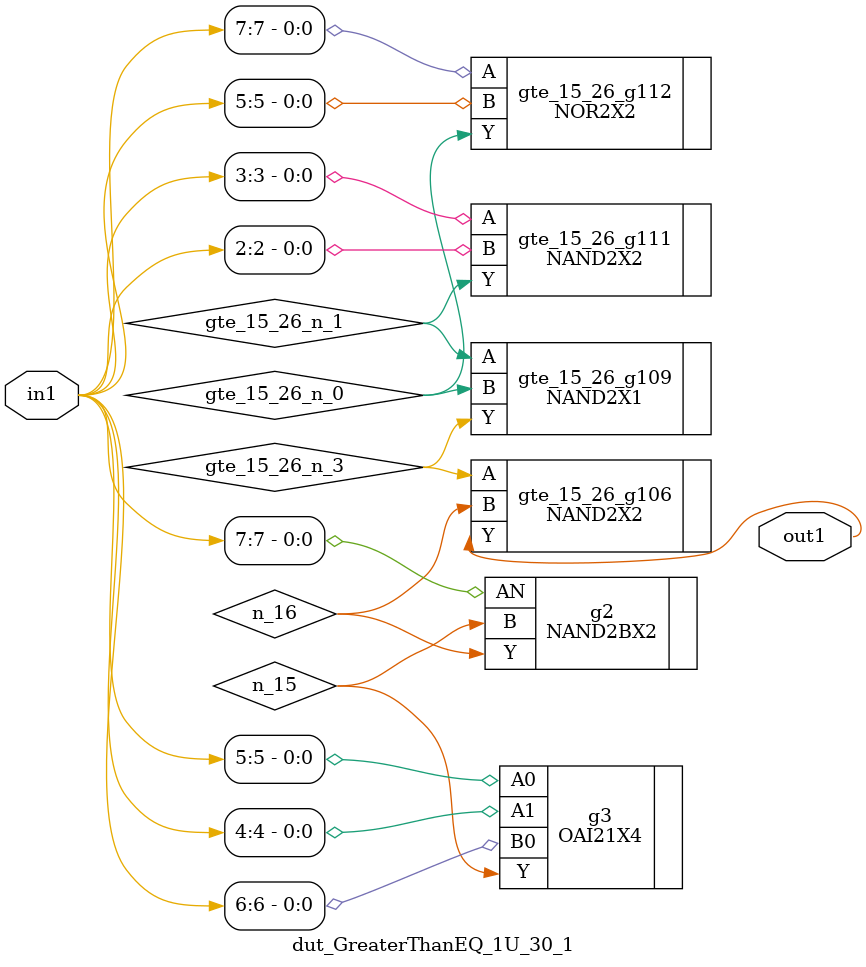
<source format=v>
`timescale 1ps / 1ps


module dut_GreaterThanEQ_1U_30_1(in1, out1);
  input [7:0] in1;
  output out1;
  wire [7:0] in1;
  wire out1;
  wire gte_15_26_n_0, gte_15_26_n_1, gte_15_26_n_3, n_15, n_16;
  NAND2X2 gte_15_26_g106(.A (gte_15_26_n_3), .B (n_16), .Y (out1));
  NAND2X1 gte_15_26_g109(.A (gte_15_26_n_1), .B (gte_15_26_n_0), .Y
       (gte_15_26_n_3));
  NAND2X2 gte_15_26_g111(.A (in1[3]), .B (in1[2]), .Y (gte_15_26_n_1));
  NOR2X2 gte_15_26_g112(.A (in1[7]), .B (in1[5]), .Y (gte_15_26_n_0));
  NAND2BX2 g2(.AN (in1[7]), .B (n_15), .Y (n_16));
  OAI21X4 g3(.A0 (in1[5]), .A1 (in1[4]), .B0 (in1[6]), .Y (n_15));
endmodule



</source>
